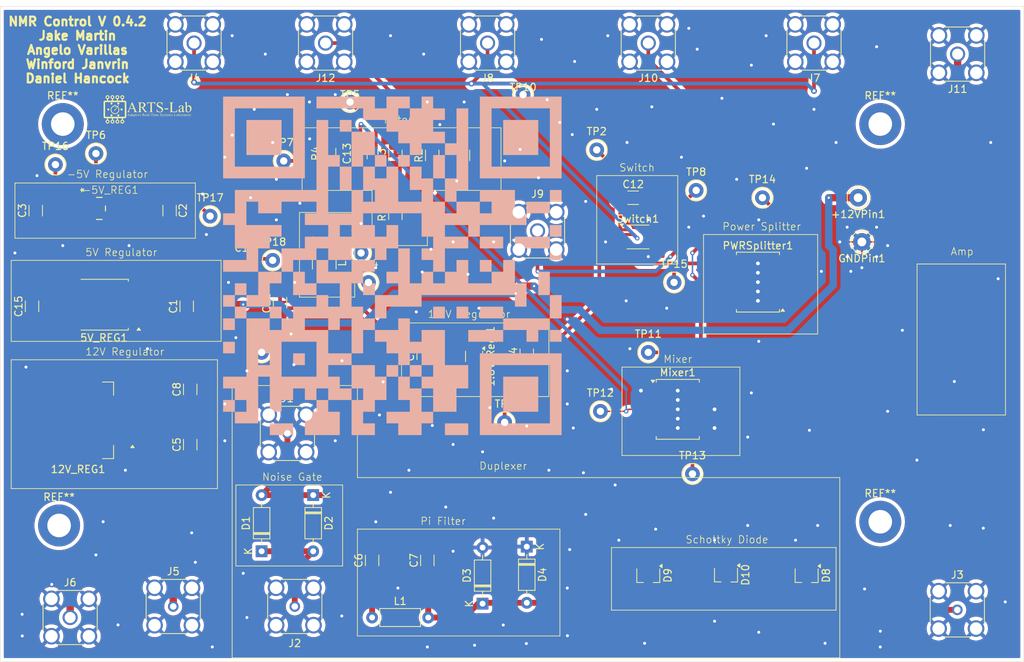
<source format=kicad_pcb>
(kicad_pcb (version 20240108) (generator "pcbnew") (generator_version "8.0")
  (layers (0 "F.Cu" signal) (31 "B.Cu" signal) (34 "B.Paste" user) (35 "F.Paste" user) (36 "B.SilkS" user "B.Silkscreen") (37 "F.SilkS" user "F.Silkscreen") (38 "B.Mask" user) (39 "F.Mask" user) (44 "Edge.Cuts" user))
  (net 0 "")
  (net 1 "Net-(+12VPin1-In)")
  (net 2 "Net-(-5V_REG1-OUT)")
  (net 3 "GND")
  (net 4 "Net-(-5V_REG1-C1+)")
  (net 5 "Net-(-5V_REG1-V+)")
  (net 6 "Net-(12V_REG1-VI)")
  (net 7 "Net-(D1-A)")
  (net 8 "Net-(D10-common)")
  (net 9 "Net-(Mixer1-IF)")
  (net 10 "Net-(LNA1-+IN1)")
  (net 11 "Net-(J12-In)")
  (net 12 "Net-(D1-K)")
  (net 13 "Net-(J4-In)")
  (net 14 "Net-(J9-In)")
  (net 15 "Net-(J10-In)")
  (net 16 "Net-(J11-In)")
  (net 17 "Net-(LNA1--IN1)")
  (net 18 "Net-(LNA1--IN2)")
  (net 19 "Net-(LNA1-OUT1)")
  (net 20 "Net-(Mixer1-LO)")
  (net 21 "Net-(PWRSplitter1-PORT2)")
  (net 26 "Net-(-5V_REG1-C1-)")
  (net 27 "Net-(1.8V_Reg.1-OUT)")
  (footprint "V 0.4.2 Footprints:CustomR" (layer "F.Cu") (at 130.75 93.5 180)
    (property "Reference" "C11")
    (property "Value" "0.1μF")
  )
  (footprint "Connector_Coaxial:SMA_Amphenol_132134_Vertical" (layer "F.Cu") (at 107 145.5)
    (property "Reference" "J6")
    (property "Value" "24V DC")
  )
  (footprint "V 0.4.2 Footprints:CustomR" (layer "F.Cu") (at 123.3 114.525 90)
    (property "Reference" "C8")
    (property "Value" "1μF")
  )
  (footprint "V 0.4.2 Footprints:CustomR" (layer "F.Cu") (at 151.1625 82.75 90)
    (property "Reference" "R3")
    (property "Value" "1kΩ")
  )
  (footprint "V 0.4.2 Footprints:Switch" (layer "F.Cu") (at 184.1 93.825)
    (property "Reference" "Switch1")
    (property "Value" "ADG901BRMZ")
  )
  (footprint "V 0.4.2 Footprints:CustomR" (layer "F.Cu") (at 155.5 137.75 90)
    (property "Reference" "C7")
    (property "Value" "C15")
  )
  (footprint "Connector_Coaxial:SMA_Amphenol_132134-14_Vertical" (layer "F.Cu") (at 121 144)
    (property "Reference" "J5")
    (property "Value" "24V Amp")
  )
  (footprint "MountingHole:MountingHole_3.2mm_M3_ISO7380_Pad" (layer "F.Cu") (at 217 78.5)
    (property "Reference" "REF**")
    (property "Value" "Mount")
  )
  (footprint "V 0.4.2 Footprints:CustomR" (layer "F.Cu") (at 135.5 102.75 90)
    (property "Reference" "C10")
    (property "Value" "0.1μF")
  )
  (footprint "TestPoint:TestPoint_Keystone_5000-5004_Miniature" (layer "F.Cu") (at 126 91)
    (property "Reference" "TP17")
    (property "Value" "TestPoint")
  )
  (footprint "V 0.4.2 Footprints:CustomR" (layer "F.Cu") (at 155 109.75 90)
    (property "Reference" "C9")
    (property "Value" "1μF")
  )
  (footprint "V 0.4.2 Footprints:CustomR" (layer "F.Cu") (at 156.1625 82.75 90)
    (property "Reference" "R2")
    (property "Value" "12kΩ")
  )
  (footprint "V 0.4.2 Footprints:CustomR" (layer "F.Cu") (at 122.825 103.25 90)
    (property "Reference" "C1")
    (property "Value" "10μF")
  )
  (footprint "TestPoint:TestPoint_Keystone_5000-5004_Miniature" (layer "F.Cu") (at 136 83.5)
    (property "Reference" "TP7")
    (property "Value" "TestPoint")
  )
  (footprint "V 0.4.2 Footprints:1.8VReg" (layer "F.Cu") (at 161.85 110.04 -90)
    (property "Reference" "1.8V_Reg.1")
    (property "Value" "NCP715-1.8V")
  )
  (footprint "Connector_Coaxial:SMA_Amphenol_132134_Vertical" (layer "F.Cu") (at 170.46 93 180)
    (property "Reference" "J9")
    (property "Value" "Sine Out")
  )
  (footprint "Diode_THT:D_DO-35_SOD27_P7.62mm_Horizontal" (layer "F.Cu") (at 140 128.88 -90)
    (property "Reference" "D2")
    (property "Value" "1N4148")
  )
  (footprint "MountingHole:MountingHole_3.2mm_M3_ISO7380_Pad" (layer "F.Cu") (at 105.5 133)
    (property "Reference" "REF**")
    (property "Value" "Mount")
  )
  (footprint "V 0.4.2 Footprints:CustomR" (layer "F.Cu") (at 169 109.75 90)
    (property "Reference" "C4")
    (property "Value" "1μF")
  )
  (footprint "MountingHole:MountingHole_3.2mm_M3_ISO7380_Pad" (layer "F.Cu") (at 106 78.5)
    (property "Reference" "REF**")
    (property "Value" "Mount")
  )
  (footprint "Diode_THT:D_DO-35_SOD27_P7.62mm_Horizontal" (layer "F.Cu") (at 133 136.5 90)
    (property "Reference" "D1")
    (property "Value" "1N4148")
  )
  (footprint "Inductor_THT:L_Axial_L5.3mm_D2.2mm_P7.62mm_Horizontal_Vishay_IM-1" (layer "F.Cu") (at 148 145.5)
    (property "Reference" "L1")
    (property "Value" "L")
  )
  (footprint "Connector_Coaxial:SMA_Amphenol_132134_Vertical" (layer "F.Cu") (at 185.5 67.5 180)
    (property "Reference" "J10")
    (property "Value" "SPI In")
  )
  (footprint "V 0.4.2 Footprints:CustomR" (layer "F.Cu") (at 142.1625 82.5 90)
    (property "Reference" "R4")
    (property "Value" "20kΩ")
  )
  (footprint "V 0.4.2 Footprints:5VReg2" (layer "F.Cu") (at 111.585 103.025 180)
    (property "Reference" "5V_REG1")
    (property "Value" "NCP1117-5.0_TO252")
  )
  (footprint "TestPoint:TestPoint_Keystone_5000-5004_Miniature" (layer "F.Cu") (at 146.5 96)
    (property "Reference" "TP3")
    (property "Value" "TestPoint")
  )
  (footprint "TestPoint:TestPoint_Keystone_5000-5004_Miniature" (layer "F.Cu") (at 191.5 126)
    (property "Reference" "TP13")
    (property "Value" "TestPoint")
  )
  (footprint "Connector_Coaxial:SMA_Amphenol_132134_Vertical" (layer "F.Cu") (at 163.675 67.5 180)
    (property "Reference" "J8")
    (property "Value" "Trig Out")
  )
  (footprint "Diode_THT:D_DO-35_SOD27_P7.62mm_Horizontal" (layer "F.Cu") (at 169 135.88 -90)
    (property "Reference" "D4")
    (property "Value" "1N4148")
  )
  (footprint "V 0.4.2 Footprints:Mf05A" (layer "F.Cu") (at 110.9579 89.9525)
    (property "Reference" "-5V_REG1")
    (property "Value" "LM828M5")
  )
  (footprint "Library:ARTS" (layer "F.Cu") (at 117.5 76.5)
    (property "Reference" "G***" (hide yes))
    (property "Value" "LOGO" (hide yes))
  )
  (footprint "V 0.4.2 Footprints:CustomR" (layer "F.Cu") (at 151.1625 90.75 90)
    (property "Reference" "R1")
    (property "Value" "100kΩ")
  )
  (footprint "Connector_Coaxial:SMA_Amphenol_132134_Vertical" (layer "F.Cu") (at 141.675 67.5 180)
    (property "Reference" "J12")
    (property "Value" "Output Function")
  )
  (footprint "V 0.4.2 Footprints:CustomR" (layer "F.Cu") (at 123.3 122.025 90)
    (property "Reference" "C5")
    (property "Value" "0.33μF")
  )
  (footprint "Connector_Coaxial:SMA_Amphenol_132134_Vertical" (layer "F.Cu") (at 227.5 69 180)
    (property "Reference" "J11")
    (property "Value" "Mix RF")
  )
  (footprint "V 0.4.2 Footprints:CustomR" (layer "F.Cu") (at 146.4125 82.5 90)
    (property "Reference" "C13")
    (property "Value" "1nF")
  )
  (footprint "Package_TO_SOT_SMD:TSOT-23_HandSoldering" (layer "F.Cu") (at 207 139.79 -90)
    (property "Reference" "D8")
    (property "Value" "D_Schottky_Dual_Series_AKC")
  )
  (footprint "Connector_Coaxial:SMA_Amphenol_132134-14_Vertical" (layer "F.Cu") (at 227.46 144.46)
    (property "Reference" "J3")
    (property "Value" "Output")
  )
  (footprint "Connector_Pin:Pin_D1.0mm_L10.0mm_LooseFit" (layer "F.Cu") (at 214.5 94.5)
    (property "Reference" "GNDPin1")
    (property "Value" "Conn_Coaxial")
  )
  (footprint "V 0.4.2 Footprints:Mini-Circuits_CD636_LandPatternPL-035" (layer "F.Cu") (at 200.385 99.96)
    (property "Reference" "PWRSplitter1")
    (property "Value" "ADP-2-1W")
  )
  (footprint "V 0.4.2 Footprints:Mixer2" (layer "F.Cu") (at 189.5 117.23)
    (property "Reference" "Mixer1")
    (property "Value" "ADE-6")
  )
  (footprint "TestPoint:TestPoint_Keystone_5000-5004_Miniature" (layer "F.Cu") (at 192 87.5)
    (property "Reference" "TP8")
    (property "Value" "TestPoint")
  )
  (footprint "TestPoint:TestPoint_Keystone_5000-5004_Miniature" (layer "F.Cu") (at 110.5 82.5)
    (property "Reference" "TP6")
    (property "Value" "TestPoint")
  )
  (footprint "TestPoint:TestPoint_Keystone_5000-5004_Miniature" (layer "F.Cu") (at 166 119)
    (property "Reference" "TP9")
    (property "Value" "TestPoint")
  )
  (footprint "TestPoint:TestPoint_Keystone_5000-5004_Miniature" (layer "F.Cu") (at 185.5 109.5)
    (property "Reference" "TP11")
    (property "Value" "TestPoint")
  )
  (footprint "Connector_Coaxial:SMA_Amphenol_132134_Vertical" (layer "F.Cu") (at 208 67.5 180)
    (property "Reference" "J7")
    (property "Value" "Sine Wave")
  )
  (footprint "V 0.4.2 Footprints:CustomR" (layer "F.Cu") (at 120.5 90.25 -90)
    (property "Reference" "C2")
    (property "Value" "10μF")
  )
  (footprint "TestPoint:TestPoint_Keystone_5000-5004_Miniature" (layer "F.Cu") (at 178.5 82)
    (property "Reference" "TP2")
    (property "Value" "TestPoint")
  )
  (footprint "Connector_Coaxial:SMA_Amphenol_132134-14_Vertical" (layer "F.Cu") (at 136.5 120.5)
    (property "Reference" "J1")
    (property "Value" "Imped Match")
  )
  (footprint "TestPoint:TestPoint_Keystone_5000-5004_Miniature" (layer "F.Cu") (at 168.5 74.5)
    (property "Reference" "TP10")
    (property "Value" "TestPoint")
  )
  (footprint "TestPoint:TestPoint_Keystone_5000-5004_Miniature" (layer "F.Cu") (at 145 75.5)
    (property "Reference" "TP5")
    (property "Value" "TestPoint")
  )
  (footprint "MountingHole:MountingHole_3.2mm_M3_ISO7380_Pad" (layer "F.Cu") (at 217 132.5)
    (property "Reference" "REF**")
    (property "Value" "Mount")
  )
  (footprint "Connector_Coaxial:SMA_Amphenol_132134-14_Vertical" (layer "F.Cu") (at 137.5 144)
    (property "Reference" "J2")
    (property "Value" "Input 1")
  )
  (footprint "Connector_Coaxial:SMA_Amphenol_132134_Vertical" (layer "F.Cu") (at 123.825 67.5 180)
    (property "Reference" "J4")
    (property "Value" "Pulse Wave")
  )
  (footprint "Diode_THT:D_DO-35_SOD27_P7.62mm_Horizontal" (layer "F.Cu") (at 163 143.62 90)
    (property "Reference" "D3")
    (property "Value" "1N4148")
  )
  (footprint "V 0.4.2 Footprints:CustomR" (layer "F.Cu") (at 148 137.75 90)
    (property "Reference" "C6")
    (property "Value" "C14")
  )
  (footprint "Connector_Pin:Pin_D1.0mm_L10.0mm_LooseFit" (layer "F.Cu") (at 214 88.5)
    (property "Reference" "+12VPin1")
    (property "Value" "Conn_Coaxial")
  )
  (footprint "V 0.4.2 Footprints:LNA" (layer "F.Cu") (at 141.5 96 -90)
    (property "Reference" "LNA1")
    (property "Value" "LM4565")
  )
  (footprint "Package_TO_SOT_SMD:TSOT-23_HandSoldering" (layer "F.Cu") (at 185.5 139.79 -90)
    (property "Reference" "D9")
    (property "Value" "D_Schottky_Dual_Series_AKC")
  )
  (footprint "TestPoint:TestPoint_Keystone_5000-5004_Miniature" (layer "F.Cu") (at 134.5 97)
    (property "Reference" "TP18")
    (property "Value" "TestPoint")
  )
  (footprint "TestPoint:TestPoint_Keystone_5000-5004_Miniature" (layer "F.Cu") (at 147.5 100)
    (property "Reference" "TP4")
    (property "Value" "TestPoint")
  )
  (footprint "TestPoint:TestPoint_Keystone_5000-5004_Miniature" (layer "F.Cu") (at 179 117.5)
    (property "Reference" "TP12")
    (property "Value" "TestPoint")
  )
  (footprint "Package_TO_SOT_SMD:TSOT-23_HandSoldering" (layer "F.Cu") (at 196.05 139.71 -90)
    (property "Reference" "D10")
    (property "Value" "D_Schottky_Dual_Series_AKC")
  )
  (footprint "TestPoint:TestPoint_Keystone_5000-5004_Miniature" (layer "F.Cu") (at 201 88.5)
    (property "Reference" "TP14")
    (property "Value" "TestPoint")
  )
  (footprint "V 0.4.2 Footprints:CustomR" (layer "F.Cu") (at 102.325 90.25 90)
    (property "Reference" "C3")
    (property "Value" "10μF")
  )
  (footprint "V 0.4.2 Footprints:CustomR" (layer "F.Cu") (at 101.825 103.25 90)
    (property "Reference" "C15")
    (property "Value" "10μF")
  )
  (footprint "V 0.4.2 Footprints:CustomR" (layer "F.Cu") (at 183.45 88.5)
    (property "Reference" "C12")
    (property "Value" "0.1μF")
  )
  (footprint "TestPoint:TestPoint_Keystone_5000-5004_Miniature" (layer "F.Cu") (at 133 109.5)
    (property "Reference" "TP1")
    (property "Value" "TestPoint")
  )
  (footprint "V 0.4.2 Footprints:CustomR" (layer "F.Cu") (at 162.1625 82.75 90)
    (property "Reference" "C14")
    (property "Value" "1nF")
  )
  (footprint "TestPoint:TestPoint_Keystone_5000-5004_Miniature" (layer "F.Cu") (at 105 84)
    (property "Reference" "TP16")
    (property "Value" "TestPoint")
  )
  (footprint "TestPoint:TestPoint_Keystone_5000-5004_Miniature" (layer "F.Cu") (at 189 100)
    (property "Reference" "TP15")
    (property "Value" "TestPoint")
  )
  (footprint "V 0.4.2 Footprints:5VReg" (layer "F.Cu") (at 108.075 118.725 180)
    (property "Reference" "12V_REG1")
    (property "Value" "LM7812_TO220")
  )
  (footprint "Library:githubQR" (layer "B.Cu") (at 151 97.5 180)
    (property "Reference" "G***" (hide yes))
    (property "Value" "LOGO" (hide yes))
  )
  (gr_line (start 211 136) (end 211 144.5) (stroke (width 0.1)) (layer "F.SilkS"))
  (gr_line (start 197.9325 111.5) (end 181.9325 111.5) (stroke (width 0.1)) (layer "F.SilkS"))
  (gr_line (start 124 86.5) (end 99.5 86.5) (stroke (width 0.1)) (layer "F.SilkS"))
  (gr_line (start 146 148) (end 146 134) (stroke (width 0.1)) (layer "F.SilkS"))
  (gr_line (start 129.5 138.5) (end 144 138.5) (stroke (width 0.1)) (layer "F.SilkS"))
  (gr_line (start 211.5 126.5) (end 211.5 151) (stroke (width 0.1)) (layer "F.SilkS"))
  (gr_line (start 138.1375 102) (end 145.6375 102) (stroke (width 0.1)) (layer "F.SilkS"))
  (gr_line (start 181.9325 123.5) (end 197.9325 123.5) (stroke (width 0.1)) (layer "F.SilkS"))
  (gr_line (start 180.5 136) (end 211 136) (stroke (width 0.1)) (layer "F.SilkS"))
  (gr_line (start 127 110.5) (end 99 110.5) (stroke (width 0.1)) (layer "F.SilkS"))
  (gr_line (start 222 118) (end 222 97.5) (stroke (width 0.1)) (layer "F.SilkS"))
  (gr_line (start 189.5 86.5) (end 189.5 85.5) (stroke (width 0.1)) (layer "F.SilkS"))
  (gr_line (start 165.5 87.5) (end 155.5 87.5) (stroke (width 0.1)) (layer "F.SilkS"))
  (gr_line (start 145.6375 102) (end 145.6375 90.5) (stroke (width 0.1)) (layer "F.SilkS"))
  (gr_line (start 99 110.5) (end 99 128) (stroke (width 0.1)) (layer "F.SilkS"))
  (gr_line (start 178.5 97.5) (end 189.5 97.5) (stroke (width 0.1)) (layer "F.SilkS"))
  (gr_line (start 99.5 94) (end 124 94) (stroke (width 0.1)) (layer "F.SilkS"))
  (gr_line (start 224 118) (end 223.5 118) (stroke (width 0.1)) (layer "F.SilkS"))
  (gr_line (start 197.9325 123.5) (end 197.9325 111.5) (stroke (width 0.1)) (layer "F.SilkS"))
  (gr_line (start 155.5 95) (end 148 95) (stroke (width 0.1)) (layer "F.SilkS"))
  (gr_line (start 148 87.5) (end 139 87.5) (stroke (width 0.1)) (layer "F.SilkS"))
  (gr_line (start 223.5 118) (end 222 118) (stroke (width 0.1)) (layer "F.SilkS"))
  (gr_line (start 138.5 79) (end 165.5 79) (stroke (width 0.1)) (layer "F.SilkS"))
  (gr_line (start 127 128) (end 127 110.5) (stroke (width 0.1)) (layer "F.SilkS"))
  (gr_line (start 138.1375 90.5) (end 138.1375 102) (stroke (width 0.1)) (layer "F.SilkS"))
  (gr_line (start 211 144.5) (end 181 144.5) (stroke (width 0.1)) (layer "F.SilkS"))
  (gr_line (start 146 134) (end 146 133.5) (stroke (width 0.1)) (layer "F.SilkS"))
  (gr_line (start 155.5 87.5) (end 155.5 95) (stroke (width 0.1)) (layer "F.SilkS"))
  (gr_line (start 208.5 93.5) (end 193 93.5) (stroke (width 0.1)) (layer "F.SilkS"))
  (gr_line (start 173.5 148) (end 146 148) (stroke (width 0.1)) (layer "F.SilkS"))
  (gr_line (start 139 87.5) (end 138.5 87.5) (stroke (width 0.1)) (layer "F.SilkS"))
  (gr_line (start 129 114) (end 146 114) (stroke (width 0.1)) (layer "F.SilkS"))
  (gr_line (start 144 138.5) (end 144 127.5) (stroke (width 0.1)) (layer "F.SilkS"))
  (gr_line (start 129 126.5) (end 129 114) (stroke (width 0.1)) (layer "F.SilkS"))
  (gr_line (start 138.5 87.5) (end 138.5 79) (stroke (width 0.1)) (layer "F.SilkS"))
  (gr_line (start 222 97.5) (end 223 97.5) (stroke (width 0.1)) (layer "F.SilkS"))
  (gr_line (start 152 105.5) (end 152 115.5) (stroke (width 0.1)) (layer "F.SilkS"))
  (gr_line (start 234 118) (end 224 118) (stroke (width 0.1)) (layer "F.SilkS"))
  (gr_line (start 99.5 86.5) (end 99.5 94) (stroke (width 0.1)) (layer "F.SilkS"))
  (gr_line (start 181.9325 111.5) (end 181.9325 112) (stroke (width 0.1)) (layer "F.SilkS"))
  (gr_line (start 180.5 144.5) (end 180.5 136) (stroke (width 0.1)) (layer "F.SilkS"))
  (gr_line (start 193 94) (end 193 107) (stroke (width 0.1)) (layer "F.SilkS"))
  (gr_line (start 129.5 127.5) (end 129.5 138.5) (stroke (width 0.1)) (layer "F.SilkS"))
  (gr_line (start 223 97.5) (end 234 97.5) (stroke (width 0.1)) (layer "F.SilkS"))
  (gr_line (start 130 127.5) (end 129.5 127.5) (stroke (width 0.1)) (layer "F.SilkS"))
  (gr_line (start 129 126.5) (end 129 127) (stroke (width 0.1)) (layer "F.SilkS"))
  (gr_line (start 144 127.5) (end 130 127.5) (stroke (width 0.1)) (layer "F.SilkS"))
  (gr_line (start 178.5 86.5) (end 178.5 97.5) (stroke (width 0.1)) (layer "F.SilkS"))
  (gr_line (start 127.5 108) (end 127.5 97) (stroke (width 0.1)) (layer "F.SilkS"))
  (gr_line (start 172 115.5) (end 172 105.5) (stroke (width 0.1)) (layer "F.SilkS"))
  (gr_line (start 234 97.5) (end 234 118) (stroke (width 0.1)) (layer "F.SilkS"))
  (gr_line (start 99 128) (end 127 128) (stroke (width 0.1)) (layer "F.SilkS"))
  (gr_line (start 146 133.5) (end 173.5 133.5) (stroke (width 0.1)) (layer "F.SilkS"))
  (gr_line (start 146 114) (end 146 126.5) (stroke (width 0.1)) (layer "F.SilkS"))
  (gr_line (start 176.5 126.5) (end 211.5 126.5) (stroke (width 0.1)) (layer "F.SilkS"))
  (gr_line (start 208.5 107) (end 208.5 93.5) (stroke (width 0.1)) (layer "F.SilkS"))
  (gr_line (start 152 115.5) (end 172 115.5) (stroke (width 0.1)) (layer "F.SilkS"))
  (gr_line (start 124 94) (end 124 86.5) (stroke (width 0.1)) (layer "F.SilkS"))
  (gr_line (start 181.9325 112) (end 181.9325 123.5) (stroke (width 0.1)) (layer "F.SilkS"))
  (gr_line (start 193 107) (end 208.5 107) (stroke (width 0.1)) (layer "F.SilkS"))
  (gr_line (start 189.5 97.5) (end 189.5 86.5) (stroke (width 0.1)) (layer "F.SilkS"))
  (gr_line (start 146 126.5) (end 176.5 126.5) (stroke (width 0.1)) (layer "F.SilkS"))
  (gr_line (start 193 93.5) (end 193 94) (stroke (width 0.1)) (layer "F.SilkS"))
  (gr_line (start 211.5 151) (end 176.5 151) (stroke (width 0.1)) (layer "F.SilkS"))
  (gr_line (start 129 151) (end 176.5 151) (stroke (width 0.1)) (layer "F.SilkS"))
  (gr_line (start 148 95) (end 148 87.5) (stroke (width 0.1)) (layer "F.SilkS"))
  (gr_line (start 178.5 85.5) (end 178.5 86.5) (stroke (width 0.1)) (layer "F.SilkS"))
  (gr_line (start 165.5 79) (end 165.5 87.5) (stroke (width 0.1)) (layer "F.SilkS"))
  (gr_line (start 145.6375 90.5) (end 138.1375 90.5) (stroke (width 0.1)) (layer "F.SilkS"))
  (gr_line (start 127.5 97) (end 99 97) (stroke (width 0.1)) (layer "F.SilkS"))
  (gr_line (start 189.5 85.5) (end 178.5 85.5) (stroke (width 0.1)) (layer "F.SilkS"))
  (gr_line (start 172 105.5) (end 152 105.5) (stroke (width 0.1)) (layer "F.SilkS"))
  (gr_line (start 99 97) (end 99 108) (stroke (width 0.1)) (layer "F.SilkS"))
  (gr_line (start 99 108) (end 127.5 108) (stroke (width 0.1)) (layer "F.SilkS"))
  (gr_line (start 181 144.5) (end 180.5 144.5) (stroke (width 0.1)) (layer "F.SilkS"))
  (gr_line (start 173.5 133.5) (end 173.5 148) (stroke (width 0.1)) (layer "F.SilkS"))
  (gr_line (start 129 127) (end 129 151) (stroke (width 0.1)) (layer "F.SilkS"))
  (gr_rect (start 97.5 62.5) (end 236.5 151.5) (stroke (width 0.05)) (fill none) (layer "Edge.Cuts"))
  (gr_text "Switch" (at 181.5 85 0) (layer "F.SilkS") (effects (font (size 1 1) (thickness 0.1)) (justify left bottom)))
  (gr_text "5V Regulator\n" (at 109 96.5 0) (layer "F.SilkS") (effects (font (size 1 1) (thickness 0.1)) (justify left bottom)))
  (gr_text "Amp\n\n" (at 226.5 98 0) (layer "F.SilkS") (effects (font (size 1 1) (thickness 0.1)) (justify left bottom)))
  (gr_text "Mixer\n" (at 187.5 111 0) (layer "F.SilkS") (effects (font (size 1 1) (thickness 0.1)) (justify left bottom)))
  (gr_text "Noise Gate\n" (at 133 127 0) (layer "F.SilkS") (effects (font (size 1 1) (thickness 0.1)) (justify left bottom)))
  (gr_text "Duplexer" (at 162.5 125.5 0) (layer "F.SilkS") (effects (font (size 1 1) (thickness 0.1)) (justify left bottom)))
  (gr_text "Schottky Diode" (at 190.5 135.5 0) (layer "F.SilkS") (effects (font (size 1 1) (thickness 0.1)) (justify left bottom)))
  (gr_text "NMR Control V 0.4.2\nJake Martin\nAngelo Varillas\nWinford Janvrin\nDaniel Hancock" (at 108 73 0) (layer "F.SilkS") (effects (font (size 1.2 1.2) (thickness 0.3) (bold yes)) (justify bottom)))
  (gr_text "1.8V Regulator\n\n" (at 155.5 106.5 0) (layer "F.SilkS") (effects (font (size 1 1) (thickness 0.1)) (justify left bottom)))
  (gr_text "Filter\n" (at 149.5 78.5 0) (layer "F.SilkS") (effects (font (size 1 1) (thickness 0.1)) (justify left bottom)))
  (gr_text "Power Splitter\n" (at 195.5 93 0) (layer "F.SilkS") (effects (font (size 1 1) (thickness 0.1)) (justify left bottom)))
  (gr_text "-5V Regulator\n\n" (at 106.5 87.5 0) (layer "F.SilkS") (effects (font (size 1 1) (thickness 0.1)) (justify left bottom)))
  (gr_text "12V Regulator\n" (at 109 110 0) (layer "F.SilkS") (effects (font (size 1 1) (thickness 0.1)) (justify left bottom)))
  (gr_text "Pi Filter\n" (at 154.5 133 0) (layer "F.SilkS") (effects (font (size 1 1) (thickness 0.1)) (justify left bottom)))
  (segment (start 122.825 105) (end 121.31 105) (width 1) (layer "F.Cu") (net 1))
  (segment (start 121.31 105) (end 117.055 100.745) (width 1) (layer "F.Cu") (net 1))
  (segment (start 210 88.5) (end 214 88.5) (width 1) (layer "F.Cu") (net 1))
  (segment (start 123.21 116.185) (end 123.3 116.275) (width 0.2) (layer "F.Cu") (net 1))
  (segment (start 167.5 101.5) (end 168.5 100.5) (width 1) (layer "F.Cu") (net 1))
  (segment (start 116 116.185) (end 123.21 116.185) (width 1) (layer "F.Cu") (net 1))
  (segment (start 116 116.185) (end 122.825 109.36) (width 1) (layer "F.Cu") (net 1))
  (segment (start 125.5 99) (end 129.5 103) (width 1) (layer "F.Cu") (net 1))
  (segment (start 117.9 99.9) (end 118.8 99) (width 1) (layer "F.Cu") (net 1))
  (segment (start 122.825 109.36) (end 122.825 105) (width 1) (layer "F.Cu") (net 1))
  (segment (start 118.8 99) (end 125.5 99) (width 1) (layer "F.Cu") (net 1))
  (segment (start 168.5 100.5) (end 170 100.5) (width 1) (layer "F.Cu") (net 1))
  (segment (start 117.055 100.745) (end 117.9 99.9) (width 0.8) (layer "F.Cu") (net 1))
  (segment (start 129.5 103) (end 130.5 103) (width 1) (layer "F.Cu") (net 1))
  (via (at 130.5 103) (size 0.6) (drill 0.3) (layers "F.Cu" "B.Cu") (net 1))
  (via (at 210 88.5) (size 0.6) (drill 0.3) (layers "F.Cu" "B.Cu") (net 1))
  (via (at 170 100.5) (size 0.6) (drill 0.3) (layers "F.Cu" "B.Cu") (net 1))
  (via (at 167.5 101.5) (size 0.6) (drill 0.3) (layers "F.Cu" "B.Cu") (net 1))
  (segment (start 210.6 100.4) (end 210.6 95.6) (width 1) (layer "B.Cu") (net 1))
  (segment (start 210.6 95.6) (end 210 95) (width 1) (layer "B.Cu") (net 1))
  (segment (start 135.5 103) (end 130.5 103) (width 1) (layer "B.Cu") (net 1))
  (segment (start 167.5 101.5) (end 151 101.5) (width 1) (layer "B.Cu") (net 1))
  (segment (start 176.208 103.708) (end 179 106.5) (width 1) (layer "B.Cu") (net 1))
  (segment (start 147 105.5) (end 138 105.5) (width 1) (layer "B.Cu") (net 1))
  (segment (start 138 105.5) (end 135.5 103) (width 1) (layer "B.Cu") (net 1))
  (segment (start 179 106.5) (end 204.5 106.5) (width 1) (layer "B.Cu") (net 1))
  (segment (start 151 101.5) (end 147 105.5) (width 1) (layer "B.Cu") (net 1))
  (segment (start 173.208 103.708) (end 176.208 103.708) (width 1) (layer "B.Cu") (net 1))
  (segment (start 170 100.5) (end 173.208 103.708) (width 1) (layer "B.Cu") (net 1))
  (segment (start 210 95) (end 210 88.5) (width 1) (layer "B.Cu") (net 1))
  (segment (start 204.5 106.5) (end 210.6 100.4) (width 1) (layer "B.Cu") (net 1))
  (segment (start 105 87.85) (end 105 84) (width 0.5) (layer "F.Cu") (net 2))
  (segment (start 105.325 89) (end 105.325 88.175) (width 0.5) (layer "F.Cu") (net 2))
  (segment (start 105.325 88.175) (end 105 87.85) (width 0.5) (layer "F.Cu") (net 2))
  (segment (start 132.5 93.5) (end 139.7125 93.5) (width 0.5) (layer "F.Cu") (net 2))
  (segment (start 110.9579 87.4579) (end 110.5 87) (width 0.5) (layer "F.Cu") (net 2))
  (segment (start 109.4158 89) (end 110.4579 87.9579) (width 0.5) (layer "F.Cu") (net 2))
  (segment (start 139.7125 93.5) (end 140.525 92.6875) (width 0.4) (layer "F.Cu") (net 2))
  (segment (start 126.05 87.05) (end 132.5 93.5) (width 0.5) (layer "F.Cu") (net 2))
  (segment (start 105.325 89) (end 109.4158 89) (width 0.5) (layer "F.Cu") (net 2))
  (segment (start 102.325 92) (end 105.325 89) (width 0.5) (layer "F.Cu") (net 2))
  (segment (start 110.4579 87.9579) (end 110.9579 87.4579) (width 0.5) (layer "F.Cu") (net 2))
  (segment (start 110.9579 87.4579) (end 111.3658 87.05) (width 0.5) (layer "F.Cu") (net 2))
  (segment (start 110.5 87) (end 110.5 82.5) (width 0.5) (layer "F.Cu") (net 2))
  (segment (start 111.3658 87.05) (end 126.05 87.05) (width 0.5) (layer "F.Cu") (net 2))
  (segment (start 214.5 98) (end 214.5 94.5) (width 0.2) (layer "F.Cu") (net 3))
  (segment (start 214.5 94.5) (end 212.5 96.5) (width 0.2) (layer "F.Cu") (net 3))
  (segment (start 211.5 94.5) (end 214.5 94.5) (width 0.2) (layer "F.Cu") (net 3))
  (segment (start 186.5 94.1375) (end 186.5 94.8) (width 0.2) (layer "F.Cu") (net 3))
  (segment (start 161.85 108.5) (end 161.85 104.15) (width 0.5) (layer "F.Cu") (net 3))
  (segment (start 218 95) (end 217.5 94.5) (width 0.2) (layer "F.Cu") (net 3))
  (segment (start 180.05 94.15) (end 179.7 94.5) (width 0.5) (layer "F.Cu") (net 3))
  (segment (start 139.8375 100) (end 140.525 99.3125) (width 0.5) (layer "F.Cu") (net 3))
  (segment (start 137.5 100) (end 139.8375 100) (width 0.5) (layer "F.Cu") (net 3))
  (segment (start 161.85 104.15) (end 162.5 103.5) (width 0.2) (layer "F.Cu") (net 3))
  (segment (start 181.7 94.15) (end 180.05 94.15) (width 0.4) (layer "F.Cu") (net 3))
  (segment (start 214.5 94.5) (end 216.5 92.5) (width 0.2) (layer "F.Cu") (net 3))
  (segment (start 214.5 94.5) (end 216.5 96.5) (width 0.2) (layer "F.Cu") (net 3))
  (segment (start 214.5 94.5) (end 212.5 92.5) (width 0.2) (layer "F.Cu") (net 3))
  (segment (start 217.5 94.5) (end 214.5 94.5) (width 0.2) (layer "F.Cu") (net 3))
  (segment (start 186.5 93.5) (end 186.5 94.1375) (width 0.2) (layer "F.Cu") (net 3))
  (via (at 171 67) (size 0.8) (drill 0.4) (layers "F.Cu" "B.Cu") (net 3))
  (via (at 175.178572 79.925115) (size 0.8) (drill 0.4) (layers "F.Cu" "B.Cu") (net 3))
  (via (at 129 80) (size 0.8) (drill 0.4) (layers "F.Cu" "B.Cu") (net 3))
  (via (at 191 65.5) (size 0.8) (drill 0.4) (layers "F.Cu" "B.Cu") (net 3))
  (via (at 194.5 135) (size 0.8) (drill 0.4) (layers "F.Cu" "B.Cu") (net 3))
  (via (at 216.5 96.5) (size 0.8) (drill 0.4) (layers "F.Cu" "B.Cu") (net 3))
  (via (at 175.317396 119.769059) (size 0.8) (drill 0.4) (layers "F.Cu" "B.Cu") (net 3))
  (via (at 110.5 137) (size 0.8) (drill 0.4) (layers "F.Cu" "B.Cu") (net 3))
  (via (at 216.5 92.5) (size 0.8) (drill 0.4) (layers "F.Cu" "B.Cu") (net 3))
  (via (at 134.5 81) (size 0.8) (drill 0.4) (layers "F.Cu" "B.Cu") (net 3))
  (via (at 165.810584 146.513448) (size 0.8) (drill 0.4) (layers "F.Cu" "B.Cu") (net 3))
  (via (at 155.5 149.5) (size 0.8) (drill 0.4) (layers "F.Cu" "B.Cu") (net 3))
  (via (at 174.5 105) (size 0.8) (drill 0.4) (layers "F.Cu" "B.Cu") (net 3))
  (via (at 117.5 109) (size 0.8) (drill 0.4) (layers "F.Cu" "B.Cu") (net 3))
  (via (at 143 121.5) (size 0.8) (drill 0.4) (layers "F.Cu" "B.Cu") (net 3))
  (via (at 181 127.5) (size 0.8) (drill 0.4) (layers "F.Cu" "B.Cu") (net 3))
  (via (at 154 104) (size 0.8) (drill 0.4) (layers "F.Cu" "B.Cu") (net 3))
  (via (at 159 136.5) (size 0.8) (drill 0.4) (layers "F.Cu" "B.Cu") (net 3))
  (via (at 125.5 93.5) (size 0.8) (drill 0.4) (layers "F.Cu" "B.Cu") (net 3))
  (via (at 174.5 112) (size 0.8) (drill 0.4) (layers "F.Cu" "B.Cu") (net 3))
  (via (at 143.900371 110.642957) (size 0.8) (drill 0.4) (layers "F.Cu" "B.Cu") (net 3))
  (via (at 124 138) (size 0.8) (drill 0.4) (layers "F.Cu" "B.Cu") (net 3))
  (via (at 146.5 92) (size 0.8) (drill 0.4) (layers "F.Cu" "B.Cu") (net 3))
  (via (at 137 107) (size 0.8) (drill 0.4) (layers "F.Cu" "B.Cu") (net 3))
  (via (at 211.5 94.5) (size 0.8) (drill 0.4) (layers "F.Cu" "B.Cu") (net 3))
  (via (at 174.5 141.5) (size 0.8) (drill 0.4) (layers "F.Cu" "B.Cu") (net 3))
  (via (at 161.913544 149.2643) (size 0.8) (drill 0.4) (layers "F.Cu" "B.Cu") (net 3))
  (via (at 99.5 96) (size 0.8) (drill 0.4) (layers "F.Cu" "B.Cu") (net 3))
  (via (at 173.483495 78.277049) (size 0.8) (drill 0.4) (layers "F.Cu" "B.Cu") (net 3))
  (via (at 164.5 94.5) (size 0.8) (drill 0.4) (layers "F.Cu" "B.Cu") (net 3))
  (via (at 214.5 98) (size 0.8) (drill 0.4) (layers "F.Cu" "B.Cu") (net 3))
  (via (at 100.5 148) (size 0.8) (drill 0.4) (layers "F.Cu" "B.Cu") (net 3))
  (via (at 170.593819 85.78341) (size 0.8) (drill 0.4) (layers "F.Cu" "B.Cu") (net 3))
  (via (at 208.5 133) (size 0.8) (drill 0.4) (layers "F.Cu" "B.Cu") (net 3))
  (via (at 164 117) (size 0.8) (drill 0.4) (layers "F.Cu" "B.Cu") (net 3))
  (via (at 114.5 125.5) (size 0.8) (drill 0.4) (layers "F.Cu" "B.Cu") (net 3))
  (via (at 137.5 100) (size 0.8) (drill 0.4) (layers "F.Cu" "B.Cu") (net 3))
  (via (at 161.01713 98.898116) (size 0.8) (drill 0.4) (layers "F.Cu" "B.Cu") (net 3))
  (via (at 185.5 96.5) (size 0.8) (drill 0.4) (layers "F.Cu" "B.Cu") (net 3))
  (via (at 212.5 96.5) (size 0.8) (drill 0.4) (layers "F.Cu" "B.Cu") (net 3))
  (via (at 159 122) (size 0.8) (drill 0.4) (layers "F.Cu" "B.Cu") (net 3))
  (via (at 155 69) (size 0.8) (drill 0.4) (layers "F.Cu" "B.Cu") (net 3))
  (via (at 137.378569 111.172648) (size 0.8) (drill 0.4) (layers "F.Cu" "B.Cu") (net 3))
  (via (at 217.006986 147.353986) (size 0.8) (drill 0.4) (layers "F.Cu" "B.Cu") (net 3))
  (via (at 200.5 147.5) (size 0.8) (drill 0.4) (layers "F.Cu" "B.Cu") (net 3))
  (via (at 148.5 132.5) (size 0.8) (drill 0.4) (layers "F.Cu" "B.Cu") (net 3))
  (via (at 174.827264 136.274168) (size 0.8) (drill 0.4) (layers "F.Cu" "B.Cu") (net 3))
  (via (at 201.5 66.5) (size 0.8) (drill 0.4) (layers "F.Cu" "B.Cu") (net 3))
  (via (at 168.943498 149.035062) (size 0.8) (drill 0.4) (layers "F.Cu" "B.Cu") (net 3))
  (via (at 174.5 116.5) (size 0.8) (drill 0.4) (layers "F.Cu" "B.Cu") (net 3))
  (via (at 151.5 141.5) (size 0.8) (drill 0.4) (layers "F.Cu" "B.Cu") (net 3))
  (via (at 101 111.5) (size 0.8) (drill 0.4) (layers "F.Cu" "B.Cu") (net 3))
  (via (at 185 149) (size 0.8) (drill 0.4) (layers "F.Cu" "B.Cu") (net 3))
  (via (at 160.5 75.5) (size 0.8) (drill 0.4) (layers "F.Cu" "B.Cu") (net 3))
  (via (at 178.5 76.5) (size 0.8) (drill 0.4) (layers "F.Cu" "B.Cu") (net 3))
  (via (at 176.692821 125.843856) (size 0.8) (drill 0.4) (layers "F.Cu" "B.Cu") (net 3))
  (via (at 218 117.5) (size 0.8) (drill 0.4) (layers "F.Cu" "B.Cu") (net 3))
  (via (at 180 66.5) (size 0.8) (drill 0.4) (layers "F.Cu" "B.Cu") (net 3))
  (via (at 209.5 149) (size 0.8) (drill 0.4) (layers "F.Cu" "B.Cu") (net 3))
  (via (at 130.5 139.5) (size 0.8) (drill 0.4) (layers "F.Cu" "B.Cu") (net 3))
  (via (at 113.5 146.5) (size 0.8) (drill 0.4) (layers "F.Cu" "B.Cu") (net 3))
  (via (at 129 66.5) (size 0.8) (drill 0.4) (layers "F.Cu" "B.Cu") (net 3))
  (via (at 138.194902 89.247445) (size 0.8) (drill 0.4) (layers "F.Cu" "B.Cu") (net 3))
  (via (at 150.5 66.5) (size 0.8) (drill 0.4) (layers "F.Cu" "B.Cu") (net 3))
  (via (at 230.990481 133.370491) (size 0.8) (drill 0.4) (layers "F.Cu" "B.Cu") (net 3))
  (via (at 100.477861 145.06161) (size 0.8) (drill 0.4) (layers "F.Cu" "B.Cu") (net 3))
  (via (at 139.5 75.5) (size 0.8) (drill 0.4) (layers "F.Cu" "B.Cu") (net 3))
  (via (at 194.5 146) (size 0.8) (drill 0.4) (layers "F.Cu" "B.Cu") (net 3))
  (via (at 209 98.5) (size 0.8) (drill 0.4) (layers "F.Cu" "B.Cu") (net 3))
  (via (at 115 95) (size 0.8) (drill 0.4) (layers "F.Cu" "B.Cu") (net 3))
  (via (at 188 103.5) (size 0.8) (drill 0.4) (layers "F.Cu" "B.Cu") (net 3))
  (via (at 216.5 68) (size 0.8) (drill 0.4) (layers "F.Cu" "B.Cu") (net 3))
  (via (at 133.5 69) (size 0.8) (drill 0.4) (layers "F.Cu" "B.Cu") (net 3))
  (via (at 177 89) (size 0.8) (drill 0.4) (layers "F.Cu" "B.Cu") (net 3))
  (via (at 132 76.5) (size 0.8) (drill 0.4) (layers "F.Cu" "B.Cu") (net 3))
  (via (at 177 131.5) (size 0.8) (drill 0.4) (layers "F.Cu" "B.Cu") (net 3))
  (via (at 157.196503 78.57238) (size 0.8) (drill 0.4) (layers "F.Cu" "B.Cu") (net 3))
  (via (at 155.5 75.5) (size 0.8) (drill 0.4) (layers "F.Cu" "B.Cu") (net 3))
  (via (at 182.616059 80.994891) (size 0.8) (drill 0.4) (layers "F.Cu" "B.Cu") (net 3))
  (via (at 163 123) (size 0.8) (drill 0.4) (layers "F.Cu" "B.Cu") (net 3))
  (via (at 233.97057 143.380534) (size 0.8) (drill 0.4) (layers "F.Cu" "B.Cu") (net 3))
  (via (at 135 86) (size 0.8) (drill 0.4) (layers "F.Cu" "B.Cu") (net 3))
  (via (at 128 121.5) (size 0.8) (drill 0.4) (layers "F.Cu" "B.Cu") (net 3))
  (via (at 199.5 70.5) (size 0.8) (drill 0.4) (layers "F.Cu" "B.Cu") (net 3))
  (via (at 159 94.5) (size 0.8) (drill 0.4) (layers "F.Cu" "B.Cu") (net 3))
  (via (at 171.765478 75.187537) (size 0.8) (drill 0.4) (layers "F.Cu" "B.Cu") (net 3))
  (via (at 195.5 75) (size 0.8) (drill 0.4) (layers "F.Cu" "B.Cu") (net 3))
  (via (at 199.5 115) (size 0.8) (drill 0.4) (layers "F.Cu" "B.Cu") (net 3))
  (via (at 153 125.5) (size 0.8) (drill 0.4) (layers "F.Cu" "B.Cu") (net 3))
  (via (at 162.5 103.5) (size 0.8) (drill 0.4) (layers "F.Cu" "B.Cu") (net 3))
  (via (at 208 76.5) (size 0.8) (drill 0.4) (layers "F.Cu" "B.Cu") (net 3))
  (via (at 200.5 108) (size 0.8) (drill 0.4) (layers "F.Cu" "B.Cu") (net 3))
  (via (at 185.5 91.5) (size 0.8) (drill 0.4) (layers "F.Cu" "B.Cu") (net 3))
  (via (at 175.5 70) (size 0.8) (drill 0.4) (layers "F.Cu" "B.Cu") (net 3))
  (via (at 172 125.5) (size 0.8) (drill 0.4) (layers "F.Cu" "B.Cu") (net 3))
  (via (at 159.48888 86.213634) (size 0.8) (drill 0.4) (layers "F.Cu" "B.Cu") (net 3))
  (via (at 199 121) (size 0.8) (drill 0.4) (layers "F.Cu" "B.Cu") (net 3))
  (via (at 128 116.5) (size 0.8) (drill 0.4) (layers "F.Cu" "B.Cu") (net 3))
  (via (at 207 84.5) (size 0.8) (drill 0.4) (layers "F.Cu" "B.Cu") (net 3))
  (via (at 190 83) (size 0.8) (drill 0.4) (layers "F.Cu" "B.Cu") (net 3))
  (via (at 125 88) (size 0.8) (drill 0.4) (layers "F.Cu" "B.Cu") (net 3))
  (via (at 164.5 132) (size 0.8) (drill 0.4) (layers "F.Cu" "B.Cu") (net 3))
  (via (at 207.379006 120.074709) (size 0.8) (drill 0.4) (layers "F.Cu" "B.Cu") (net 3))
  (via (at 179.7 94.5) (size 0.8) (drill 0.4) (layers "F.Cu" "B.Cu") (net 3))
  (via (at 102.5 85.5) (size 0.8) (drill 0.4) (layers "F.Cu" "B.Cu") (net 3))
  (via (at 139.519735 80.508165) (size 0.8) (drill 0.4) (layers "F.Cu" "B.Cu") (net 3))
  (via (at 218 95) (size 0.8) (drill 0.4) (layers "F.Cu" "B.Cu") (net 3))
  (via (at 131.5 88.5) (size 0.8) (drill 0.4) (layers "F.Cu" "B.Cu") (net 3))
  (via (at 232 81) (size 0.8) (drill 0.4) (layers "F.Cu" "B.Cu") (net 3))
  (via (at 143 74.5) (size 0.8) (drill 0.4) (layers "F.Cu" "B.Cu") (net 3))
  (via (at 104.5 141) (size 0.8) (drill 0.4) (layers "F.Cu" "B.Cu") (net 3))
  (via (at 131 112) (size 0.8) (drill 0.4) (layers "F.Cu" "B.Cu") (net 3))
  (via (at 128 83) (size 0.8) (drill 0.4) (layers "F.Cu" "B.Cu") (net 3))
  (via (at 191 92.5) (size 0.8) (drill 0.4) (layers "F.Cu" "B.Cu") (net 3))
  (via (at 202.5 78.5) (size 0.8) (drill 0.4) (layers "F.Cu" "B.Cu") (net 3))
  (via (at 213 98.5) (size 0.8) (drill 0.4) (layers "F.Cu" "B.Cu") (net 3))
  (via (at 136.5 74.5) (size 0.8) (drill 0.4) (layers "F.Cu" "B.Cu") (net 3))
  (via (at 128.5 100) (size 0.8) (drill 0.4) (layers "F.Cu" "B.Cu") (net 3))
  (via (at 106 95) (size 0.8) (drill 0.4) (layers "F.Cu" "B.Cu") (net 3))
  (via (at 183 109) (size 0.8) (drill 0.4) (layers "F.Cu" "B.Cu") (net 3))
  (via (at 168.09641 81.944851) (size 0.8) (drill 0.4) (layers "F.Cu" "B.Cu") (net 3))
  (via (at 197.5 86) (size 0.8) (drill 0.4) (layers "F.Cu" "B.Cu") (net 3))
  (via (at 135 91.5) (size 0.8) (drill 0.4) (layers "F.Cu" "B.Cu") (net 3))
  (via (at 149 118) (size 0.8) (drill 0.4) (layers "F.Cu" "B.Cu") (net 3))
  (via (at 200.5 91.5) (size 0.8) (drill 0.4) (layers "F.Cu" "B.Cu") (net 3))
  (via (at 166 83.5) (size 0.8) (drill 0.4) (layers "F.Cu" "B.Cu") (net 3))
  (via (at 212.5 92.5) (size 0.8) (drill 0.4) (layers "F.Cu" "B.Cu") (net 3))
  (via (at 181.5 135) (size 0.8) (drill 0.4) (layers "F.Cu" "B.Cu") (net 3))
  (via (at 226.5 133) (size 0.8) (drill 0.4) (layers "F.Cu" "B.Cu") (net 3))
  (via (at 182.5 102.5) (size 0.8) (drill 0.4) (layers "F.Cu" "B.Cu") (net 3))
  (via (at 220 106.5) (size 0.8) (drill 0.4) (layers "F.Cu" "B.Cu") (net 3))
  (via (at 123.5 134) (size 0.8) (drill 0.4) (layers "F.Cu" "B.Cu") (net 3))
  (via (at 131 145.5) (size 0.8) (drill 0.4) (layers "F.Cu" "B.Cu") (net 3))
  (via (at 217 149.5) (size 0.8) (drill 0.4) (layers "F.Cu" "B.Cu") (net 3))
  (via (at 192.142156 68.3331) (size 0.8) (drill 0.4) (layers "F.Cu" "B.Cu") (net 3))
  (via (at 143.880184 145.290848) (size 0.8) (drill 0.4) (layers "F.Cu" "B.Cu") (net 3))
  (via (at 158 130.5) (size 0.8) (drill 0.4) (layers "F.Cu" "B.Cu") (net 3))
  (via (at 129.5 107.5) (size 0.8) (drill 0.4) (layers "F.Cu" "B.Cu") (net 3))
  (via (at 148.5 98) (size 0.8) (drill 0.4) (layers "F.Cu" "B.Cu") (net 3))
  (via (at 211 81) (size 0.8) (drill 0.4) (layers "F.Cu" "B.Cu") (net 3))
  (via (at 154.802244 98.592466) (size 0.8) (drill 0.4) (layers "F.Cu" "B.Cu") (net 3))
  (via (at 150.5 128.5) (size 0.8) (drill 0.4) (layers "F.Cu" "B.Cu") (net 3))
  (via (at 227.058554 113.453366) (size 0.8) (drill 0.4) (layers "F.Cu" "B.Cu") (net 3))
  (via (at 185.978211 76.15543) (size 0.8) (drill 0.4) (layers "F.Cu" "B.Cu") (net 3))
  (via (at 214.867435 141.623046) (size 0.8) (drill 0.4) (layers "F.Cu" "B.Cu") (net 3))
  (via (at 169 119.5) (size 0.8) (drill 0.4) (layers "F.Cu" "B.Cu") (net 3))
  (via (at 199 133) (size 0.8) (drill 0.4) (layers "F.Cu" "B.Cu") (net 3))
  (via (at 111.474717 132.491747) (size 0.8) (drill 0.4) (layers "F.Cu" "B.Cu") (net 3))
  (via (at 149.5 113.5) (size 0.8) (drill 0.4) (layers "F.Cu" "B.Cu") (net 3))
  (via (at 233 99.5) (size 0.8) (drill 0.4) (layers "F.Cu" "B.Cu") (net 3))
  (via (at 186.5 133.5) (size 0.8) (drill 0.4) (layers "F.Cu" "B.Cu") (net 3))
  (via (at 180.5 114.5) (size 0.8) (drill 0.4) (layers "F.Cu" "B.Cu") (net 3))
  (via (at 174.521613 147.965287) (size 0.8) (drill 0.4) (layers "F.Cu" "B.Cu") (net 3))
  (via (at 193 91) (size 0.8) (drill 0.4) (layers "F.Cu" "B.Cu") (net 3))
  (via (at 156.176054 119.425202) (size 0.8) (drill 0.4) (layers "F.Cu" "B.Cu") (net 3))
  (via (at 205.5 135) (size 0.8) (drill 0.4) (layers "F.Cu" "B.Cu") (net 3))
  (via (at 231 120) (size 0.8) (drill 0.4) (layers "F.Cu" "B.Cu") (net 3))
  (via (at 126.3053 149.493537) (size 0.8) (drill 0.4) (layers "F.Cu" "B.Cu") (net 3))
  (via (at 221.973801 124.124574) (size 0.8) (drill 0.4) (layers "F.Cu" "B.Cu") (net 3))
  (via (at 156 95.5) (size 0.8) (drill 0.4) (layers "F.Cu" "B.Cu") (net 3))
  (segment (start 120 89) (end 120.5 88.5) (width 0.2) (layer "F.Cu") (net 4))
  (segment (start 117 89) (end 118.5 89) (width 0.5) (layer "F.Cu") (net 4))
  (segment (start 124 89) (end 126 91) (width 0.5) (layer "F.Cu") (net 4))
  (segment (start 112.5 89) (end 117 89) (width 0.5) (layer "F.Cu") (net 4))
  (segment (start 118.5 89) (end 124 89) (width 0.5) (layer "F.Cu") (net 4))
  (segment (start 118.5 89) (end 120 89) (width 0.5) (layer "F.Cu") (net 4))
  (segment (start 129 97.5) (end 107.8579 97.5) (width 0.5) (layer "F.Cu") (net 5))
  (segment (start 139.605588 103.5) (end 142.475 100.630588) (width 0.5) (layer "F.Cu") (net 5))
  (segment (start 107.8579 98.9671) (end 107.8579 97.5) (width 0.8) (layer "F.Cu") (net 5))
  (segment (start 135 105) (end 135 103.5) (width 0.2) (layer "F.Cu") (net 5))
  (segment (start 103.8 103.025) (end 101.825 105) (width 0.8) (layer "F.Cu") (net 5))
  (segment (start 155.08 111.58) (end 155 111.5) (width 0.2) (layer "F.Cu") (net 5))
  (segment (start 107.8579 97.5) (end 107.8579 90.0256) (width 0.8) (layer "F.Cu") (net 5))
  (segment (start 107.931 89.9525) (end 109.4158 89.9525) (width 0.8) (layer "F.Cu") (net 5))
  (segment (start 142.475 100.630588) (end 142.475 99.3125) (width 0.5) (layer "F.Cu") (net 5))
  (segment (start 135 105) (end 136.5 103.5) (width 0.5) (layer "F.Cu") (net 5))
  (segment (start 136.5 103.5) (end 139.605588 103.5) (width 0.5) (layer "F.Cu") (net 5))
  (segment (start 154.375 111.5) (end 155 111.5) (width 0.2) (layer "F.Cu") (net 5))
  (segment (start 135.5 107) (end 133 109.5) (width 0.5) (layer "F.Cu") (net 5))
  (segment (start 107.8579 90.0256) (end 107.931 89.9525) (width 0.8) (layer "F.Cu") (net 5))
  (segment (start 146.33125 103.16875) (end 147.5 102) (width 0.5) (layer "F.Cu") (net 5))
  (segment (start 142.475 99.3125) (end 146.33125 103.16875) (width 0.5) (layer "F.Cu") (net 5))
  (segment (start 146.33125 103.16875) (end 154.6625 111.5) (width 0.5) (layer "F.Cu") (net 5))
  (segment (start 135 103.5) (end 129 97.5) (width 0.5) (layer "F.Cu") (net 5))
  (segment (start 161.2 111.58) (end 155.08 111.58) (width 0.5) (layer "F.Cu") (net 5))
  (segment (start 154.6625 111.5) (end 155 111.5) (width 0.2) (layer "F.Cu") (net 5))
  (segment (start 101.825 105) (end 107.8579 98.9671) (width 0.8) (layer "F.Cu") (net 5))
  (segment (start 110.325 103.025) (end 103.8 103.025) (width 0.8) (layer "F.Cu") (net 5))
  (segment (start 147.5 102) (end 147.5 100) (width 0.5) (layer "F.Cu") (net 5))
  (segment (start 135.5 104.5) (end 135.5 107) (width 0.5) (layer "F.Cu") (net 5))
  (segment (start 116 121.265) (end 116.55 121.815) (width 0.8) (layer "F.Cu") (net 6))
  (segment (start 116 121.265) (end 116.735 121.265) (width 0.8) (layer "F.Cu") (net 6))
  (segment (start 116.55 135.985) (end 114.435 138.1) (width 1) (layer "F.Cu") (net 6))
  (segment (start 121 144) (end 121 126.265) (width 1) (layer "F.Cu") (net 6))
  (segment (start 116.735 121.265) (end 119.245 123.775) (width 0.8) (layer "F.Cu") (net 6))
  (segment (start 116.55 121.815) (end 116.55 135.985) (width 1) (layer "F.Cu") (net 6))
  (segment (start 109.9 138.1) (end 107 141) (width 1) (layer "F.Cu") (net 6))
  (segment (start 107 141) (end 107 145.5) (width 1) (layer "F.Cu") (net 6))
  (segment (start 121 126.265) (end 116 121.265) (width 1) (layer "F.Cu") (net 6))
  (segment (start 114.435 138.1) (end 109.9 138.1) (width 1) (layer "F.Cu") (net 6))
  (segment (start 119.245 123.775) (end 123.3 123.775) (width 1) (layer "F.Cu") (net 6))
  (segment (start 148 139.5) (end 145.5 139.5) (width 0.8) (layer "F.Cu") (net 7))
  (segment (start 142.88 128.88) (end 140 128.88) (width 0.8) (layer "F.Cu") (net 7))
  (segment (start 144 129) (end 143 129) (width 0.8) (layer "F.Cu") (net 7))
  (segment (start 143 129) (end 142.88 128.88) (width 0.8) (layer "F.Cu") (net 7))
  (segment (start 145.5 139.5) (end 144 138) (width 0.8) (layer "F.Cu") (net 7))
  (segment (start 136.5 125.38) (end 133 128.88) (width 0.8) (layer "F.Cu") (net 7))
  (segment (start 144 138) (end 144 129) (width 0.8) (layer "F.Cu") (net 7))
  (segment (start 133 128.88) (end 140 128.88) (width 0.8) (layer "F.Cu") (net 7))
  (segment (start 136.5 125.38) (end 136.5 120.5) (width 0.8) (layer "F.Cu") (net 7))
  (segment (start 148 145.5) (end 148 139.5) (width 0.8) (layer "F.Cu") (net 7))
  (segment (start 207 141.5) (end 196.13 141.5) (width 0.8) (layer "F.Cu") (net 8))
  (segment (start 169 143.5) (end 163.12 143.5) (width 0.8) (layer "F.Cu") (net 8))
  (segment (start 196.13 141.5) (end 196.05 141.42) (width 0.8) (layer "F.Cu") (net 8))
  (segment (start 210.04 144.46) (end 227.46 144.46) (width 0.8) (layer "F.Cu") (net 8))
  (segment (start 210 144.5) (end 210.04 144.46) (width 0.8) (layer "F.Cu") (net 8))
  (segment (start 155.62 140.12) (end 155 139.5) (width 0.8) (layer "F.Cu") (net 8))
  (segment (start 160.5 145.5) (end 155.62 145.5) (width 0.8) (layer "F.Cu") (net 8))
  (segment (start 163 143.62) (end 162.38 143.62) (width 0.8) (layer "F.Cu") (net 8))
  (segment (start 163.12 143.5) (end 163 143.62) (width 0.8) (layer "F.Cu") (net 8))
  (segment (start 207 141.5) (end 210 144.5) (width 0.8) (layer "F.Cu") (net 8))
  (segment (start 196.05 141.42) (end 185.58 141.42) (width 0.8) (layer "F.Cu") (net 8))
  (segment (start 185.5 141.5) (end 183.5 143.5) (width 0.8) (layer "F.Cu") (net 8))
  (segment (start 162.38 143.62) (end 160.5 145.5) (width 0.8) (layer "F.Cu") (net 8))
  (segment (start 183.5 143.5) (end 169 143.5) (width 0.8) (layer "F.Cu") (net 8))
  (segment (start 155.62 145.5) (end 155.62 140.12) (width 0.8) (layer "F.Cu") (net 8))
  (segment (start 185.58 141.42) (end 185.5 141.5) (width 0.8) (layer "F.Cu") (net 8))
  (segment (start 182.77 117.23) (end 182.5 117.5) (width 0.2) (layer "F.Cu") (net 9))
  (segment (start 146.4125 78.5875) (end 146.5 78.5) (width 0.2) (layer "F.Cu") (net 9))
  (segment (start 186.365 117.23) (end 182.77 117.23) (width 0.2) (layer "F.Cu") (net 9))
  (segment (start 146.4125 80.75) (end 146.4125 78.5875) (width 0.5) (layer "F.Cu") (net 9))
  (segment (start 182.5 117.5) (end 179 117.5) (width 0.2) (layer "F.Cu") (net 9))
  (via (at 182.5 117.5) (size 0.6) (drill 0.3) (layers "F.Cu" "B.Cu") (net 9))
  (via (at 146.5 78.5) (size 0.6) (drill 0.3) (layers "F.Cu" "B.Cu") (net 9))
  (segment (start 146.5 78.5) (end 182.5 114.5) (width 0.5) (layer "B.Cu") (net 9))
  (segment (start 182.5 114.5) (end 182.5 117.5) (width 0.2) (layer "B.Cu") (net 9))
  (segment (start 141.1875 92.6875) (end 141.1875 89.475) (width 0.4) (layer "F.Cu") (net 10))
  (segment (start 143.33125 87.33125) (end 146.4125 84.25) (width 0.5) (layer "F.Cu") (net 10))
  (segment (start 141.75 84.25) (end 141 83.5) (width 0.5) (layer "F.Cu") (net 10))
  (segment (start 142.1625 84.25) (end 141.75 84.25) (width 0.5) (layer "F.Cu") (net 10))
  (segment (start 141 83.5) (end 136 83.5) (width 0.5) (layer "F.Cu") (net 10))
  (segment (start 141.1875 89.475) (end 143.33125 87.33125) (width 0.5) (layer "F.Cu") (net 10))
  (segment (start 142.1625 84.25) (end 146.4125 84.25) (width 0.5) (layer "F.Cu") (net 10))
  (segment (start 148 71.597613) (end 148 69.5) (width 0.5) (layer "F.Cu") (net 11))
  (segment (start 148 69.5) (end 146 67.5) (width 0.5) (layer "F.Cu") (net 11))
  (segment (start 154.71 81) (end 154.71 78.307613) (width 0.5) (layer "F.Cu") (net 11))
  (segment (start 146 67.5) (end 141.675 67.5) (width 0.5) (layer "F.Cu") (net 11))
  (segment (start 154.71 78.307613) (end 148 71.597613) (width 0.5) (layer "F.Cu") (net 11))
  (segment (start 156.1625 81) (end 162.1625 81) (width 0.5) (layer "F.Cu") (net 11))
  (segment (start 156.1625 81) (end 154.71 81) (width 0.5) (layer "F.Cu") (net 11))
  (segment (start 137.5 139) (end 137.5 144) (width 0.8) (layer "F.Cu") (net 12))
  (segment (start 140.04 136.54) (end 140 136.5) (width 0.2) (layer "F.Cu") (net 12))
  (segment (start 140 136.5) (end 137.5 139) (width 0.8) (layer "F.Cu") (net 12))
  (segment (start 140 136.5) (end 133 136.5) (width 0.8) (layer "F.Cu") (net 12))
  (segment (start 161.5 73) (end 163.675 70.825) (width 0.5) (layer "F.Cu") (net 13))
  (segment (start 181.7 93.5) (end 183.5 93.5) (width 0.4) (layer "F.Cu") (net 13))
  (segment (start 161.5 73) (end 167 73) (width 0.5) (layer "F.Cu") (net 13))
  (segment (start 208 68) (end 208 74) (width 0.5) (layer "F.Cu") (net 13))
  (segment (start 123.825 72.825) (end 123.825 67.5) (width 0.5) (layer "F.Cu") (net 13))
  (segment (start 183.5 93.5) (end 184 94) (width 0.5) (layer "F.Cu") (net 13))
  (segment (start 163.675 70.825) (end 163.675 67.5) (width 0.5) (layer "F.Cu") (net 13))
  (segment (start 167 73) (end 168.5 74.5) (width 0.5) (layer "F.Cu") (net 13))
  (via (at 161.5 73) (size 0.8) (drill 0.4) (layers "F.Cu" "B.Cu") (net 13))
  (via (at 184 94) (size 0.6) (drill 0.3) (layers "F.Cu" "B.Cu") (net 13))
  (via (at 208 74) (size 0.8) (drill 0.4) (layers "F.Cu" "B.Cu") (net 13))
  (via (at 123.825 72.825) (size 0.8) (drill 0.4) (layers "F.Cu" "B.Cu") (net 13))
  (segment (start 207 73) (end 208 74) (width 0.5) (layer "B.Cu") (net 13))
  (segment (start 161.5 73) (end 207 73) (width 0.5) (layer "B.Cu") (net 13))
  (segment (start 124 73) (end 161.5 73) (width 0.5) (layer "B.Cu") (net 13))
  (segment (start 184 94) (end 163 73) (width 0.5) (layer "B.Cu") (net 13))
  (segment (start 163 73) (end 161.5 73) (width 0.5) (layer "B.Cu") (net 13))
  (segment (start 123.825 72.825) (end 124 73) (width 0.5) (layer "B.Cu") (net 13))
  (segment (start 170.46 93) (end 170.46 98.46) (width 0.5) (layer "F.Cu") (net 14))
  (segment (start 187.874999 91.475001) (end 188.024999 91.475001) (width 0.5) (layer "F.Cu") (net 14))
  (segment (start 187.730588 92.85) (end 186.5 92.85) (width 0.5) (layer "F.Cu") (net 14))
  (segment (start 189.5 95.5) (end 189.5 94.619412) (width 0.5) (layer "F.Cu") (net 14))
  (segment (start 170.46 98.46) (end 170.5 98.5) (width 0.2) (layer "F.Cu") (net 14))
  (segment (start 187.874999 91.475001) (end 186.5 92.85) (width 0.5) (layer "F.Cu") (net 14))
  (segment (start 188.5 96.5) (end 189.5 95.5) (width 0.5) (layer "F.Cu") (net 14))
  (segment (start 189.5 94.619412) (end 187.730588 92.85) (width 0.5) (layer "F.Cu") (net 14))
  (segment (start 188.024999 91.475001) (end 192 87.5) (width 0.5) (layer "F.Cu") (net 14))
  (via (at 170.5 98.5) (size 0.6) (drill 0.3) (layers "F.Cu" "B.Cu") (net 14))
  (via (at 188.5 96.5) (size 0.6) (drill 0.3) (layers "F.Cu" "B.Cu") (net 14))
  (segment (start 170.5 98.5) (end 186.5 98.5) (width 0.5) (layer "B.Cu") (net 14))
  (segment (start 186.5 98.5) (end 188.5 96.5) (width 0.5) (layer "B.Cu") (net 14))
  (segment (start 207 101) (end 207 91) (width 0.5) (layer "F.Cu") (net 15))
  (segment (start 207 91) (end 203.5 91) (width 0.5) (layer "F.Cu") (net 15))
  (segment (start 205.5 102.5) (end 207 101) (width 0.5) (layer "F.Cu") (net 15))
  (segment (start 207 91) (end 207 90.5) (width 0.5) (layer "F.Cu") (net 15))
  (segment (start 185.5 68) (end 185.5 67.3) (width 0.2) (layer "F.Cu") (net 15))
  (segment (start 203.5 91) (end 201 88.5) (width 0.5) (layer "F.Cu") (net 15))
  (segment (start 185.5 69.727387) (end 185.5 67.5) (width 0.5) (layer "F.Cu") (net 15))
  (segment (start 203.27 102.5) (end 205.5 102.5) (width 0.5) (layer "F.Cu") (net 15))
  (segment (start 207 90.5) (end 206.272613 90.5) (width 0.5) (layer "F.Cu") (net 15))
  (segment (start 206.272613 90.5) (end 185.5 69.727387) (width 0.5) (layer "F.Cu") (net 15))
  (segment (start 227.5 69) (end 227.5 89.4955) (width 1) (layer "F.Cu") (net 16))
  (segment (start 189.595 123) (end 186.365 119.77) (width 1) (layer "F.Cu") (net 16))
  (segment (start 227.5 89.4955) (end 193.9955 123) (width 1) (layer "F.Cu") (net 16))
  (segment (start 191.5 123) (end 189.595 123) (width 1) (layer "F.Cu") (net 16))
  (segment (start 191.5 123) (end 191.5 126) (width 0.5) (layer "F.Cu") (net 16))
  (segment (start 193.9955 123) (end 191.5 123) (width 1) (layer "F.Cu") (net 16))
  (segment (start 143.9125 89) (end 144.325001 89) (width 0.4) (layer "F.Cu") (net 17))
  (segment (start 151.1625 89) (end 151.1625 84.5) (width 0.5) (layer "F.Cu") (net 17))
  (segment (start 141.825 91.0875) (end 143.9125 89) (width 0.4) (layer "F.Cu") (net 17))
  (segment (start 148.5 79) (end 145 75.5) (width 0.5) (layer "F.Cu") (net 17))
  (segment (start 148.5 89) (end 148.5 79) (width 0.5) (layer "F.Cu") (net 17))
  (segment (start 141.825 92.6875) (end 141.825 91.0875) (width 0.4) (layer "F.Cu") (net 17))
  (segment (start 144.325001 89) (end 151.1625 89) (width 0.5) (layer "F.Cu") (net 17))
  (segment (start 141.825 99.3125) (end 141.1875 99.3125) (width 0.2) (layer "F.Cu") (net 18))
  (segment (start 156.1625 87.5) (end 156.1625 84.5) (width 0.5) (layer "F.Cu") (net 19))
  (segment (start 151.1625 92.5) (end 150.4625 91.8) (width 0.2) (layer "F.Cu") (net 19))
  (segment (start 142.9875 93.2) (end 146.5 93.2) (width 0.5) (layer "F.Cu") (net 19))
  (segment (start 142.475 92.6875) (end 142.9875 93.2) (width 0.4) (layer "F.Cu") (net 19))
  (segment (start 151.1625 92.5) (end 156.1625 87.5) (width 0.5) (layer "F.Cu") (net 19))
  (segment (start 146.5 93.2) (end 150.4625 93.2) (width 0.5) (layer "F.Cu") (net 19))
  (segment (start 150.4625 93.2) (end 151.1625 92.5) (width 0.2) (layer "F.Cu") (net 19))
  (segment (start 146.5 93.2) (end 146.5 96) (width 0.5) (layer "F.Cu") (net 19))
  (segment (start 192.635 114.69) (end 192.635 108.5) (width 0.5) (layer "F.Cu") (net 20))
  (segment (start 191 108.5) (end 190 109.5) (width 0.5) (layer "F.Cu") (net 20))
  (segment (start 192.635 108.5) (end 192.635 100.135) (width 0.5) (layer "F.Cu") (net 20))
  (segment (start 195 94.5) (end 200.35 94.5) (width 0.5) (layer "F.Cu") (net 20))
  (segment (start 200.35 94.5) (end 203.27 97.42) (width 0.5) (layer "F.Cu") (net 20))
  (segment (start 193 94.5) (end 195 94.5) (width 0.5) (layer "F.Cu") (net 20))
  (segment (start 192.635 108.5) (end 191 108.5) (width 0.5) (layer "F.Cu") (net 20))
  (segment (start 191.5 96) (end 193 94.5) (width 0.5) (layer "F.Cu") (net 20))
  (segment (start 192.635 100.135) (end 191.5 99) (width 0.5) (layer "F.Cu") (net 20))
  (segment (start 190 109.5) (end 185.5 109.5) (width 0.5) (layer "F.Cu") (net 20))
  (via (at 191.5 99) (size 0.6) (drill 0.3) (layers "F.Cu" "B.Cu") (net 20))
  (via (at 191.5 96) (size 0.6) (drill 0.3) (layers "F.Cu" "B.Cu") (net 20))
  (segment (start 191.5 99) (end 191.5 96) (width 0.2) (layer "B.Cu") (net 20))
  (segment (start 197.5 97.42) (end 189 97.42) (width 0.5) (layer "F.Cu") (net 21))
  (segment (start 184.32 97.42) (end 181.7 94.8) (width 0.5) (layer "F.Cu") (net 21))
  (segment (start 189 97.42) (end 189 100) (width 0.5) (layer "F.Cu") (net 21))
  (segment (start 189 97.42) (end 184.32 97.42) (width 0.5) (layer "F.Cu") (net 21))
  (segment (start 120.3 96.8) (end 134.3 96.8) (width 0.5) (layer "F.Cu") (net 26))
  (segment (start 117 93.5) (end 120.3 96.8) (width 0.5) (layer "F.Cu") (net 26))
  (segment (start 110.5108 92) (end 117 92) (width 0.5) (layer "F.Cu") (net 26))
  (segment (start 117 92) (end 120.5 92) (width 0.5) (layer "F.Cu") (net 26))
  (segment (start 109.4158 90.905) (end 110.5108 92) (width 0.5) (layer "F.Cu") (net 26))
  (segment (start 117 92) (end 117 93.5) (width 0.5) (layer "F.Cu") (net 26))
  (segment (start 109.095 90.905) (end 109 91) (width 0.2) (layer "F.Cu") (net 26))
  (segment (start 134.3 96.8) (end 134.5 97) (width 0.5) (layer "F.Cu") (net 26))
  (segment (start 109.095 90.905) (end 109.4158 90.905) (width 0.2) (layer "F.Cu") (net 26))
  (segment (start 166 111.58) (end 168.92 111.58) (width 0.5) (layer "F.Cu") (net 27))
  (segment (start 180.147918 92.85) (end 181.7 92.85) (width 0.5) (layer "F.Cu") (net 27))
  (segment (start 178.85 102.224999) (end 178.85 94.147918) (width 0.5) (layer "F.Cu") (net 27))
  (segment (start 169.574999 111.5) (end 169 111.5) (width 0.5) (layer "F.Cu") (net 27))
  (segment (start 178.85 102.224999) (end 169.574999 111.5) (width 0.5) (layer "F.Cu") (net 27))
  (segment (start 166 111.58) (end 166 119) (width 0.5) (layer "F.Cu") (net 27))
  (segment (start 181.7 85.2) (end 178.5 82) (width 0.5) (layer "F.Cu") (net 27))
  (segment (start 178.85 94.147918) (end 180.147918 92.85) (width 0.5) (layer "F.Cu") (net 27))
  (segment (start 168.92 111.58) (end 169 111.5) (width 0.2) (layer "F.Cu") (net 27))
  (segment (start 181.7 92.85) (end 181.7 88.5) (width 0.5) (layer "F.Cu") (net 27))
  (segment (start 162.5 111.58) (end 166 111.58) (width 0.5) (layer "F.Cu") (net 27))
  (segment (start 181.7 88.5) (end 181.7 85.2) (width 0.5) (layer "F.Cu") (net 27))
  (zone (net 3) (net_name "GND") (layers "F&B.Cu") (connect_pads (clearance 0.5)) (min_thickness 0.25) (fill yes (thermal_gap 0.5) (thermal_bridge_width 0.5))
    (polygon (pts (xy 97.5 151.5) (xy 236.5 151.5) (xy 236.5 62.5) (xy 97.5 62.5)))
  )
)
</source>
